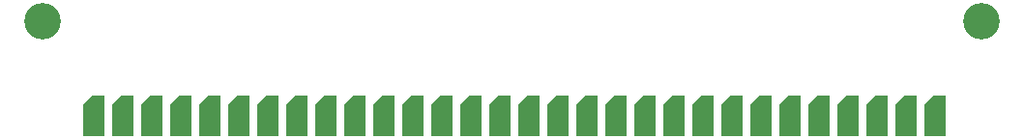
<source format=gbr>
%TF.GenerationSoftware,KiCad,Pcbnew,8.0.0*%
%TF.CreationDate,2024-11-03T15:19:12-05:00*%
%TF.ProjectId,macintosh-dram-1m-simm,6d616369-6e74-46f7-9368-2d6472616d2d,rev?*%
%TF.SameCoordinates,Original*%
%TF.FileFunction,Soldermask,Bot*%
%TF.FilePolarity,Negative*%
%FSLAX46Y46*%
G04 Gerber Fmt 4.6, Leading zero omitted, Abs format (unit mm)*
G04 Created by KiCad (PCBNEW 8.0.0) date 2024-11-03 15:19:12*
%MOMM*%
%LPD*%
G01*
G04 APERTURE LIST*
G04 Aperture macros list*
%AMOutline5P*
0 Free polygon, 5 corners , with rotation*
0 The origin of the aperture is its center*
0 number of corners: always 5*
0 $1 to $10 corner X, Y*
0 $11 Rotation angle, in degrees counterclockwise*
0 create outline with 5 corners*
4,1,5,$1,$2,$3,$4,$5,$6,$7,$8,$9,$10,$1,$2,$11*%
%AMOutline6P*
0 Free polygon, 6 corners , with rotation*
0 The origin of the aperture is its center*
0 number of corners: always 6*
0 $1 to $12 corner X, Y*
0 $13 Rotation angle, in degrees counterclockwise*
0 create outline with 6 corners*
4,1,6,$1,$2,$3,$4,$5,$6,$7,$8,$9,$10,$11,$12,$1,$2,$13*%
%AMOutline7P*
0 Free polygon, 7 corners , with rotation*
0 The origin of the aperture is its center*
0 number of corners: always 7*
0 $1 to $14 corner X, Y*
0 $15 Rotation angle, in degrees counterclockwise*
0 create outline with 7 corners*
4,1,7,$1,$2,$3,$4,$5,$6,$7,$8,$9,$10,$11,$12,$13,$14,$1,$2,$15*%
%AMOutline8P*
0 Free polygon, 8 corners , with rotation*
0 The origin of the aperture is its center*
0 number of corners: always 8*
0 $1 to $16 corner X, Y*
0 $17 Rotation angle, in degrees counterclockwise*
0 create outline with 8 corners*
4,1,8,$1,$2,$3,$4,$5,$6,$7,$8,$9,$10,$11,$12,$13,$14,$15,$16,$1,$2,$17*%
G04 Aperture macros list end*
%ADD10Outline5P,-0.890000X1.038000X-0.178000X1.750000X0.890000X1.750000X0.890000X-1.750000X-0.890000X-1.750000X0.000000*%
%ADD11C,3.200000*%
G04 APERTURE END LIST*
D10*
%TO.C,B1*%
X122174000Y-125098000D03*
X124714000Y-125098000D03*
X127254000Y-125098000D03*
X129794000Y-125098000D03*
X132334000Y-125098000D03*
X134874000Y-125098000D03*
X137414000Y-125098000D03*
X139954000Y-125098000D03*
X142494000Y-125098000D03*
X145034000Y-125098000D03*
X147574000Y-125098000D03*
X150114000Y-125098000D03*
X152654000Y-125098000D03*
X155194000Y-125098000D03*
X157734000Y-125098000D03*
X160274000Y-125098000D03*
X162814000Y-125098000D03*
X165354000Y-125098000D03*
X167894000Y-125098000D03*
X170434000Y-125098000D03*
X172974000Y-125098000D03*
X175514000Y-125098000D03*
X178054000Y-125098000D03*
X180594000Y-125098000D03*
X183134000Y-125098000D03*
X185674000Y-125098000D03*
X188214000Y-125098000D03*
X190754000Y-125098000D03*
X193294000Y-125098000D03*
X195834000Y-125098000D03*
%TD*%
D11*
%TO.C,H1*%
X117729000Y-116840000D03*
%TD*%
%TO.C,H2*%
X199898000Y-116840000D03*
%TD*%
M02*

</source>
